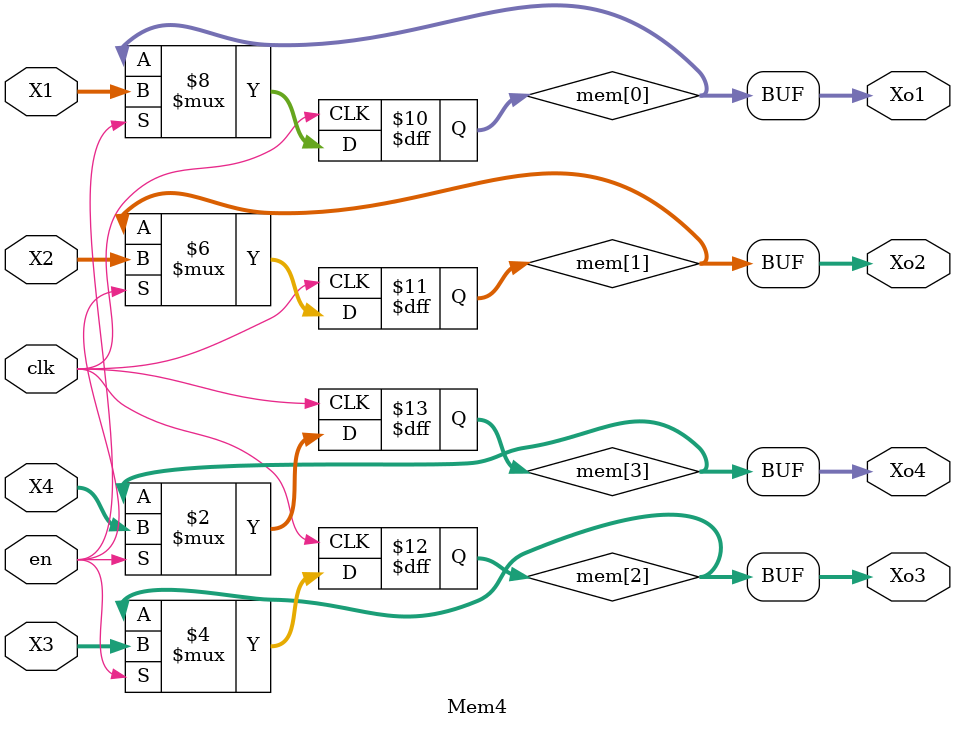
<source format=v>
module Mem4(input [31:0] X1,X2,X3,X4 , input clk , en , output reg [31:0] Xo1,Xo2,Xo3,Xo4 );
reg [31:0] mem [0:3];
always @(posedge clk ) begin
    if (en) begin
	mem[0] <= X1;
	mem[1] <= X2;
	mem[2] <= X3;
	mem[3] <= X4;
    end
end
assign Xo1 = mem[0];
assign Xo2 = mem[1];
assign Xo3 = mem[2];
assign Xo4 = mem[3];
endmodule

</source>
